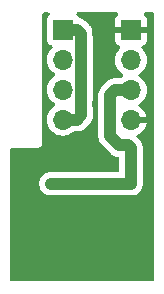
<source format=gbr>
%TF.GenerationSoftware,KiCad,Pcbnew,7.0.11*%
%TF.CreationDate,2025-12-11T10:01:47-05:00*%
%TF.ProjectId,clock_hbridge_fix,636c6f63-6b5f-4686-9272-696467655f66,rev?*%
%TF.SameCoordinates,Original*%
%TF.FileFunction,Copper,L2,Bot*%
%TF.FilePolarity,Positive*%
%FSLAX46Y46*%
G04 Gerber Fmt 4.6, Leading zero omitted, Abs format (unit mm)*
G04 Created by KiCad (PCBNEW 7.0.11) date 2025-12-11 10:01:47*
%MOMM*%
%LPD*%
G01*
G04 APERTURE LIST*
%TA.AperFunction,ComponentPad*%
%ADD10R,1.700000X1.700000*%
%TD*%
%TA.AperFunction,ComponentPad*%
%ADD11O,1.700000X1.700000*%
%TD*%
%TA.AperFunction,ViaPad*%
%ADD12C,0.600000*%
%TD*%
%TA.AperFunction,Conductor*%
%ADD13C,1.000000*%
%TD*%
G04 APERTURE END LIST*
D10*
%TO.P,J2,1,Pin_1*%
%TO.N,-BATT*%
X22000000Y-18460000D03*
D11*
%TO.P,J2,2,Pin_2*%
%TO.N,+BATT*%
X22000000Y-21000000D03*
%TO.P,J2,3,Pin_3*%
X22000000Y-23540000D03*
%TO.P,J2,4,Pin_4*%
%TO.N,-BATT*%
X22000000Y-26080000D03*
%TD*%
D10*
%TO.P,J1,1,Pin_1*%
%TO.N,GND*%
X27750000Y-18500000D03*
D11*
%TO.P,J1,2,Pin_2*%
%TO.N,+2V5*%
X27750000Y-21040000D03*
%TO.P,J1,3,Pin_3*%
X27750000Y-23580000D03*
%TO.P,J1,4,Pin_4*%
%TO.N,GND*%
X27750000Y-26120000D03*
%TD*%
D12*
%TO.N,GND*%
X25000000Y-23000000D03*
X24750000Y-26500000D03*
X24750000Y-24750000D03*
X18000000Y-39250000D03*
X19250000Y-35750000D03*
X25250000Y-35250000D03*
X23000000Y-35500000D03*
X26000000Y-22250000D03*
X29250000Y-26000000D03*
X25750000Y-20000000D03*
X24750000Y-18750000D03*
%TO.N,+2V5*%
X21000000Y-31500000D03*
X27500000Y-31500000D03*
%TD*%
D13*
%TO.N,+2V5*%
X27750000Y-23580000D02*
X26420000Y-23580000D01*
X26000000Y-24000000D02*
X26000000Y-27500000D01*
X26000000Y-27500000D02*
X26750000Y-28250000D01*
X26420000Y-23580000D02*
X26000000Y-24000000D01*
X27750000Y-28500000D02*
X27750000Y-31250000D01*
X26750000Y-28250000D02*
X27500000Y-28250000D01*
X27500000Y-28250000D02*
X27750000Y-28500000D01*
X27750000Y-31250000D02*
X27500000Y-31500000D01*
%TO.N,-BATT*%
X22000000Y-26080000D02*
X23170000Y-26080000D01*
X23170000Y-26080000D02*
X23550000Y-25700000D01*
X23550000Y-25700000D02*
X23550000Y-18800000D01*
X23210000Y-18460000D02*
X22000000Y-18460000D01*
X23550000Y-18800000D02*
X23210000Y-18460000D01*
%TO.N,+2V5*%
X21000000Y-31500000D02*
X21250000Y-31500000D01*
X27500000Y-31500000D02*
X21000000Y-31500000D01*
X27500000Y-31500000D02*
X27750000Y-31500000D01*
%TD*%
%TA.AperFunction,Conductor*%
%TO.N,GND*%
G36*
X20823503Y-17020185D02*
G01*
X20869258Y-17072989D01*
X20879202Y-17142147D01*
X20850177Y-17205703D01*
X20830776Y-17223766D01*
X20792452Y-17252455D01*
X20706206Y-17367664D01*
X20706202Y-17367671D01*
X20655908Y-17502517D01*
X20649501Y-17562116D01*
X20649500Y-17562135D01*
X20649500Y-19357870D01*
X20649501Y-19357876D01*
X20655908Y-19417483D01*
X20706202Y-19552328D01*
X20706206Y-19552335D01*
X20792452Y-19667544D01*
X20792455Y-19667547D01*
X20907664Y-19753793D01*
X20907671Y-19753797D01*
X21039081Y-19802810D01*
X21095015Y-19844681D01*
X21119432Y-19910145D01*
X21104580Y-19978418D01*
X21083430Y-20006673D01*
X20961503Y-20128600D01*
X20825965Y-20322169D01*
X20825964Y-20322171D01*
X20726098Y-20536335D01*
X20726094Y-20536344D01*
X20664938Y-20764586D01*
X20664936Y-20764596D01*
X20644341Y-20999999D01*
X20644341Y-21000000D01*
X20664936Y-21235403D01*
X20664938Y-21235413D01*
X20726094Y-21463655D01*
X20726096Y-21463659D01*
X20726097Y-21463663D01*
X20744750Y-21503664D01*
X20825965Y-21677830D01*
X20825967Y-21677834D01*
X20961501Y-21871395D01*
X20961506Y-21871402D01*
X21128597Y-22038493D01*
X21128603Y-22038498D01*
X21314158Y-22168425D01*
X21357783Y-22223002D01*
X21364977Y-22292500D01*
X21333454Y-22354855D01*
X21314158Y-22371575D01*
X21128597Y-22501505D01*
X20961505Y-22668597D01*
X20825965Y-22862169D01*
X20825964Y-22862171D01*
X20726098Y-23076335D01*
X20726094Y-23076344D01*
X20664938Y-23304586D01*
X20664936Y-23304596D01*
X20644341Y-23539999D01*
X20644341Y-23540000D01*
X20664936Y-23775403D01*
X20664938Y-23775413D01*
X20726094Y-24003655D01*
X20726096Y-24003659D01*
X20726097Y-24003663D01*
X20744750Y-24043664D01*
X20825965Y-24217830D01*
X20825967Y-24217834D01*
X20961501Y-24411395D01*
X20961506Y-24411402D01*
X21128597Y-24578493D01*
X21128603Y-24578498D01*
X21314158Y-24708425D01*
X21357783Y-24763002D01*
X21364977Y-24832500D01*
X21333454Y-24894855D01*
X21314158Y-24911575D01*
X21128597Y-25041505D01*
X20961505Y-25208597D01*
X20825965Y-25402169D01*
X20825964Y-25402171D01*
X20726098Y-25616335D01*
X20726094Y-25616344D01*
X20664938Y-25844586D01*
X20664936Y-25844596D01*
X20644341Y-26079999D01*
X20644341Y-26080000D01*
X20664936Y-26315403D01*
X20664938Y-26315413D01*
X20726094Y-26543655D01*
X20726096Y-26543659D01*
X20726097Y-26543663D01*
X20744667Y-26583486D01*
X20825965Y-26757830D01*
X20825967Y-26757834D01*
X20911838Y-26880469D01*
X20961505Y-26951401D01*
X21128599Y-27118495D01*
X21185168Y-27158105D01*
X21322165Y-27254032D01*
X21322167Y-27254033D01*
X21322170Y-27254035D01*
X21536337Y-27353903D01*
X21764592Y-27415063D01*
X21952918Y-27431539D01*
X21999999Y-27435659D01*
X22000000Y-27435659D01*
X22000001Y-27435659D01*
X22039234Y-27432226D01*
X22235408Y-27415063D01*
X22463663Y-27353903D01*
X22677830Y-27254035D01*
X22871401Y-27118495D01*
X22873077Y-27116819D01*
X22873995Y-27116317D01*
X22875544Y-27115018D01*
X22875805Y-27115329D01*
X22934400Y-27083334D01*
X22960758Y-27080500D01*
X23155721Y-27080500D01*
X23158863Y-27080540D01*
X23246358Y-27082757D01*
X23246358Y-27082756D01*
X23246363Y-27082757D01*
X23304425Y-27072349D01*
X23313754Y-27071041D01*
X23372438Y-27065074D01*
X23401471Y-27055964D01*
X23416700Y-27052226D01*
X23446653Y-27046858D01*
X23446657Y-27046856D01*
X23446659Y-27046856D01*
X23501423Y-27024980D01*
X23510292Y-27021821D01*
X23566588Y-27004159D01*
X23593200Y-26989387D01*
X23607362Y-26982662D01*
X23635617Y-26971377D01*
X23684879Y-26938909D01*
X23692910Y-26934043D01*
X23744502Y-26905409D01*
X23744509Y-26905402D01*
X23744512Y-26905401D01*
X23767583Y-26885594D01*
X23780125Y-26876137D01*
X23805519Y-26859402D01*
X23847219Y-26817701D01*
X23854131Y-26811295D01*
X23878381Y-26790475D01*
X23898895Y-26772866D01*
X23917521Y-26748800D01*
X23927883Y-26737035D01*
X24247391Y-26417527D01*
X24249560Y-26415412D01*
X24313053Y-26355059D01*
X24346752Y-26306641D01*
X24352428Y-26299113D01*
X24389698Y-26253407D01*
X24403782Y-26226444D01*
X24411919Y-26213013D01*
X24429292Y-26188053D01*
X24429295Y-26188049D01*
X24452563Y-26133825D01*
X24456582Y-26125361D01*
X24483909Y-26073049D01*
X24492275Y-26043808D01*
X24497544Y-26029009D01*
X24509538Y-26001062D01*
X24509540Y-26001058D01*
X24521421Y-25943238D01*
X24523650Y-25934155D01*
X24539886Y-25877418D01*
X24542196Y-25847080D01*
X24544376Y-25831540D01*
X24550500Y-25801743D01*
X24550500Y-25742754D01*
X24550858Y-25733339D01*
X24555337Y-25674524D01*
X24551493Y-25644339D01*
X24550500Y-25628675D01*
X24550500Y-18814277D01*
X24550540Y-18811135D01*
X24552757Y-18723641D01*
X24552756Y-18723640D01*
X24552757Y-18723637D01*
X24542350Y-18665574D01*
X24541041Y-18656242D01*
X24535074Y-18597566D01*
X24535074Y-18597564D01*
X24535074Y-18597562D01*
X24525962Y-18568524D01*
X24522225Y-18553295D01*
X24516858Y-18523348D01*
X24494972Y-18468556D01*
X24491824Y-18459714D01*
X24474159Y-18403412D01*
X24459398Y-18376817D01*
X24452663Y-18362635D01*
X24441379Y-18334384D01*
X24441377Y-18334380D01*
X24408915Y-18285127D01*
X24404040Y-18277082D01*
X24375409Y-18225498D01*
X24355590Y-18202412D01*
X24346145Y-18189884D01*
X24329404Y-18164484D01*
X24287699Y-18122779D01*
X24281306Y-18115882D01*
X24242866Y-18071105D01*
X24218800Y-18052476D01*
X24207022Y-18042102D01*
X23927567Y-17762647D01*
X23925374Y-17760398D01*
X23865061Y-17696949D01*
X23865060Y-17696948D01*
X23865059Y-17696947D01*
X23816640Y-17663246D01*
X23809120Y-17657575D01*
X23763413Y-17620305D01*
X23763406Y-17620301D01*
X23736441Y-17606216D01*
X23723026Y-17598089D01*
X23698049Y-17580705D01*
X23698046Y-17580703D01*
X23698045Y-17580703D01*
X23698041Y-17580701D01*
X23643845Y-17557443D01*
X23635336Y-17553402D01*
X23583057Y-17526094D01*
X23583046Y-17526090D01*
X23553806Y-17517723D01*
X23539021Y-17512459D01*
X23511058Y-17500459D01*
X23453273Y-17488583D01*
X23444125Y-17486338D01*
X23385576Y-17469585D01*
X23326538Y-17432217D01*
X23303506Y-17393702D01*
X23293797Y-17367671D01*
X23293793Y-17367664D01*
X23207547Y-17252455D01*
X23169224Y-17223766D01*
X23127354Y-17167832D01*
X23122370Y-17098140D01*
X23155856Y-17036818D01*
X23217180Y-17003333D01*
X23243536Y-17000500D01*
X26560731Y-17000500D01*
X26627770Y-17020185D01*
X26673525Y-17072989D01*
X26683469Y-17142147D01*
X26654444Y-17205703D01*
X26635042Y-17223766D01*
X26542812Y-17292809D01*
X26542809Y-17292812D01*
X26456649Y-17407906D01*
X26456645Y-17407913D01*
X26406403Y-17542620D01*
X26406401Y-17542627D01*
X26400000Y-17602155D01*
X26400000Y-18250000D01*
X27316314Y-18250000D01*
X27290507Y-18290156D01*
X27250000Y-18428111D01*
X27250000Y-18571889D01*
X27290507Y-18709844D01*
X27316314Y-18750000D01*
X26400000Y-18750000D01*
X26400000Y-19397844D01*
X26406401Y-19457372D01*
X26406403Y-19457379D01*
X26456645Y-19592086D01*
X26456649Y-19592093D01*
X26542809Y-19707187D01*
X26542812Y-19707190D01*
X26657906Y-19793350D01*
X26657913Y-19793354D01*
X26789470Y-19842421D01*
X26845403Y-19884292D01*
X26869821Y-19949756D01*
X26854970Y-20018029D01*
X26833819Y-20046284D01*
X26711503Y-20168600D01*
X26575965Y-20362169D01*
X26575964Y-20362171D01*
X26476098Y-20576335D01*
X26476094Y-20576344D01*
X26414938Y-20804586D01*
X26414936Y-20804596D01*
X26394341Y-21039999D01*
X26394341Y-21040000D01*
X26414936Y-21275403D01*
X26414938Y-21275413D01*
X26476094Y-21503655D01*
X26476096Y-21503659D01*
X26476097Y-21503663D01*
X26557313Y-21677830D01*
X26575965Y-21717830D01*
X26575967Y-21717834D01*
X26711501Y-21911395D01*
X26711506Y-21911402D01*
X26878597Y-22078493D01*
X26878603Y-22078498D01*
X27064158Y-22208425D01*
X27107783Y-22263002D01*
X27114977Y-22332500D01*
X27083454Y-22394855D01*
X27064158Y-22411575D01*
X26878597Y-22541505D01*
X26876922Y-22543181D01*
X26876000Y-22543684D01*
X26874449Y-22544986D01*
X26874187Y-22544674D01*
X26815599Y-22576666D01*
X26789241Y-22579500D01*
X26434278Y-22579500D01*
X26431138Y-22579460D01*
X26343637Y-22577243D01*
X26343628Y-22577243D01*
X26285579Y-22587648D01*
X26276252Y-22588956D01*
X26217564Y-22594925D01*
X26217554Y-22594927D01*
X26188528Y-22604034D01*
X26173288Y-22607775D01*
X26143350Y-22613141D01*
X26088570Y-22635021D01*
X26079702Y-22638178D01*
X26023414Y-22655840D01*
X26023413Y-22655840D01*
X25996818Y-22670601D01*
X25982648Y-22677330D01*
X25954384Y-22688621D01*
X25905121Y-22721087D01*
X25897066Y-22725967D01*
X25845502Y-22754588D01*
X25845499Y-22754590D01*
X25822405Y-22774414D01*
X25809883Y-22783855D01*
X25784482Y-22800598D01*
X25784475Y-22800603D01*
X25742781Y-22842297D01*
X25735874Y-22848698D01*
X25691106Y-22887132D01*
X25691105Y-22887133D01*
X25672480Y-22911194D01*
X25662107Y-22922971D01*
X25302646Y-23282432D01*
X25300398Y-23284624D01*
X25237321Y-23344586D01*
X25236946Y-23344942D01*
X25203245Y-23393361D01*
X25197574Y-23400882D01*
X25160302Y-23446592D01*
X25160298Y-23446598D01*
X25146209Y-23473568D01*
X25138082Y-23486983D01*
X25120702Y-23511955D01*
X25097438Y-23566165D01*
X25093398Y-23574672D01*
X25066090Y-23626951D01*
X25066090Y-23626952D01*
X25057720Y-23656201D01*
X25052459Y-23670979D01*
X25040459Y-23698943D01*
X25028588Y-23756711D01*
X25026342Y-23765860D01*
X25010113Y-23822577D01*
X25007802Y-23852926D01*
X25005622Y-23868466D01*
X24999500Y-23898258D01*
X24999500Y-23957240D01*
X24999142Y-23966656D01*
X24994662Y-24025474D01*
X24998506Y-24055649D01*
X24999500Y-24071317D01*
X24999500Y-27485721D01*
X24999460Y-27488861D01*
X24997243Y-27576362D01*
X24997243Y-27576371D01*
X25007648Y-27634420D01*
X25008956Y-27643748D01*
X25014925Y-27702430D01*
X25014927Y-27702444D01*
X25024033Y-27731468D01*
X25027772Y-27746701D01*
X25033142Y-27776653D01*
X25033142Y-27776655D01*
X25055020Y-27831424D01*
X25058177Y-27840292D01*
X25075841Y-27896588D01*
X25075842Y-27896589D01*
X25075844Y-27896595D01*
X25090603Y-27923185D01*
X25097336Y-27937361D01*
X25108057Y-27964201D01*
X25108622Y-27965614D01*
X25108627Y-27965624D01*
X25141080Y-28014866D01*
X25145962Y-28022923D01*
X25174588Y-28074498D01*
X25174589Y-28074500D01*
X25174591Y-28074502D01*
X25194410Y-28097588D01*
X25203855Y-28110115D01*
X25220599Y-28135521D01*
X25262299Y-28177221D01*
X25268703Y-28184130D01*
X25290958Y-28210053D01*
X25307134Y-28228895D01*
X25331193Y-28247518D01*
X25342972Y-28257893D01*
X26032432Y-28947352D01*
X26034625Y-28949601D01*
X26094940Y-29013052D01*
X26094948Y-29013058D01*
X26143362Y-29046755D01*
X26150871Y-29052416D01*
X26196593Y-29089698D01*
X26223565Y-29103786D01*
X26236982Y-29111916D01*
X26261951Y-29129295D01*
X26316163Y-29152559D01*
X26324652Y-29156590D01*
X26376951Y-29183909D01*
X26398998Y-29190216D01*
X26406184Y-29192273D01*
X26420976Y-29197539D01*
X26448939Y-29209539D01*
X26448942Y-29209540D01*
X26506727Y-29221414D01*
X26515869Y-29223657D01*
X26572582Y-29239886D01*
X26602918Y-29242196D01*
X26618452Y-29244374D01*
X26648259Y-29250500D01*
X26648260Y-29250500D01*
X26650460Y-29250952D01*
X26712165Y-29283728D01*
X26746354Y-29344662D01*
X26749500Y-29372414D01*
X26749500Y-30375500D01*
X26729815Y-30442539D01*
X26677011Y-30488294D01*
X26625500Y-30499500D01*
X20949257Y-30499500D01*
X20797560Y-30514925D01*
X20603420Y-30575837D01*
X20603405Y-30575844D01*
X20425500Y-30674589D01*
X20425495Y-30674592D01*
X20271106Y-30807132D01*
X20271104Y-30807134D01*
X20146554Y-30968037D01*
X20146553Y-30968040D01*
X20056940Y-31150728D01*
X20005937Y-31347714D01*
X19995631Y-31550936D01*
X20026442Y-31752063D01*
X20026445Y-31752075D01*
X20097111Y-31942881D01*
X20097115Y-31942888D01*
X20204745Y-32115567D01*
X20204747Y-32115569D01*
X20204748Y-32115571D01*
X20344941Y-32263053D01*
X20473344Y-32352424D01*
X20511949Y-32379294D01*
X20511950Y-32379294D01*
X20511951Y-32379295D01*
X20698942Y-32459540D01*
X20898259Y-32500500D01*
X27398259Y-32500500D01*
X27485721Y-32500500D01*
X27488863Y-32500540D01*
X27576360Y-32502757D01*
X27576361Y-32502757D01*
X27576361Y-32502756D01*
X27576363Y-32502757D01*
X27577410Y-32502569D01*
X27578105Y-32502445D01*
X27599979Y-32500500D01*
X27800743Y-32500500D01*
X27952439Y-32485074D01*
X28146579Y-32424162D01*
X28146580Y-32424161D01*
X28146588Y-32424159D01*
X28324502Y-32325409D01*
X28478895Y-32192866D01*
X28603448Y-32031958D01*
X28693060Y-31849271D01*
X28744063Y-31652285D01*
X28754369Y-31449064D01*
X28747539Y-31404484D01*
X28748648Y-31360747D01*
X28750500Y-31351741D01*
X28750500Y-31292754D01*
X28750858Y-31283339D01*
X28755337Y-31224524D01*
X28751493Y-31194339D01*
X28750500Y-31178675D01*
X28750500Y-28514237D01*
X28750540Y-28511095D01*
X28752756Y-28423642D01*
X28752755Y-28423641D01*
X28752756Y-28423636D01*
X28742345Y-28365554D01*
X28741042Y-28356260D01*
X28735074Y-28297562D01*
X28733396Y-28292214D01*
X28725967Y-28268536D01*
X28722224Y-28253287D01*
X28716858Y-28223348D01*
X28711547Y-28210053D01*
X28694974Y-28168562D01*
X28691822Y-28159709D01*
X28674159Y-28103412D01*
X28674158Y-28103411D01*
X28674157Y-28103406D01*
X28659396Y-28076814D01*
X28652659Y-28062629D01*
X28641378Y-28034385D01*
X28641375Y-28034380D01*
X28608918Y-27985131D01*
X28604036Y-27977074D01*
X28596891Y-27964201D01*
X28575409Y-27925498D01*
X28555588Y-27902410D01*
X28546144Y-27889885D01*
X28529402Y-27864481D01*
X28487699Y-27822778D01*
X28481294Y-27815868D01*
X28459041Y-27789947D01*
X28442866Y-27771105D01*
X28418800Y-27752476D01*
X28407029Y-27742108D01*
X28232909Y-27567989D01*
X28199424Y-27506666D01*
X28204408Y-27436975D01*
X28246279Y-27381041D01*
X28268186Y-27367926D01*
X28427575Y-27293601D01*
X28427577Y-27293600D01*
X28621082Y-27158105D01*
X28788105Y-26991082D01*
X28923600Y-26797578D01*
X29023429Y-26583492D01*
X29023432Y-26583486D01*
X29080636Y-26370000D01*
X28183686Y-26370000D01*
X28209493Y-26329844D01*
X28250000Y-26191889D01*
X28250000Y-26048111D01*
X28209493Y-25910156D01*
X28183686Y-25870000D01*
X29080636Y-25870000D01*
X29080635Y-25869999D01*
X29023432Y-25656513D01*
X29023429Y-25656507D01*
X28923600Y-25442422D01*
X28923599Y-25442420D01*
X28788113Y-25248926D01*
X28788108Y-25248920D01*
X28621078Y-25081890D01*
X28435405Y-24951879D01*
X28391780Y-24897302D01*
X28384588Y-24827804D01*
X28416110Y-24765449D01*
X28435406Y-24748730D01*
X28621401Y-24618495D01*
X28788495Y-24451401D01*
X28924035Y-24257830D01*
X29023903Y-24043663D01*
X29085063Y-23815408D01*
X29105659Y-23580000D01*
X29085063Y-23344592D01*
X29023903Y-23116337D01*
X28924035Y-22902171D01*
X28913506Y-22887133D01*
X28788494Y-22708597D01*
X28621402Y-22541506D01*
X28621396Y-22541501D01*
X28435842Y-22411575D01*
X28392217Y-22356998D01*
X28385023Y-22287500D01*
X28416546Y-22225145D01*
X28435842Y-22208425D01*
X28492968Y-22168425D01*
X28621401Y-22078495D01*
X28788495Y-21911401D01*
X28924035Y-21717830D01*
X29023903Y-21503663D01*
X29085063Y-21275408D01*
X29105659Y-21040000D01*
X29085063Y-20804592D01*
X29023903Y-20576337D01*
X28924035Y-20362171D01*
X28896025Y-20322169D01*
X28788496Y-20168600D01*
X28748495Y-20128599D01*
X28666179Y-20046283D01*
X28632696Y-19984963D01*
X28637680Y-19915271D01*
X28679551Y-19859337D01*
X28710529Y-19842422D01*
X28842086Y-19793354D01*
X28842093Y-19793350D01*
X28957187Y-19707190D01*
X28957190Y-19707187D01*
X29043350Y-19592093D01*
X29043354Y-19592086D01*
X29093596Y-19457379D01*
X29093598Y-19457372D01*
X29099999Y-19397844D01*
X29100000Y-19397827D01*
X29100000Y-18750000D01*
X28183686Y-18750000D01*
X28209493Y-18709844D01*
X28250000Y-18571889D01*
X28250000Y-18428111D01*
X28209493Y-18290156D01*
X28183686Y-18250000D01*
X29100000Y-18250000D01*
X29100000Y-17602172D01*
X29099999Y-17602155D01*
X29093598Y-17542627D01*
X29093596Y-17542620D01*
X29043354Y-17407913D01*
X29043350Y-17407906D01*
X28957190Y-17292812D01*
X28957187Y-17292809D01*
X28864958Y-17223766D01*
X28823087Y-17167832D01*
X28818103Y-17098141D01*
X28851589Y-17036818D01*
X28912912Y-17003334D01*
X28939269Y-17000500D01*
X29625500Y-17000500D01*
X29692539Y-17020185D01*
X29738294Y-17072989D01*
X29749500Y-17124500D01*
X29749500Y-39625500D01*
X29729815Y-39692539D01*
X29677011Y-39738294D01*
X29625500Y-39749500D01*
X17624500Y-39749500D01*
X17557461Y-39729815D01*
X17511706Y-39677011D01*
X17500500Y-39625500D01*
X17500500Y-28624500D01*
X17520185Y-28557461D01*
X17572989Y-28511706D01*
X17624500Y-28500500D01*
X19821960Y-28500500D01*
X19821961Y-28500500D01*
X19848153Y-28492809D01*
X19865436Y-28489050D01*
X19869882Y-28488410D01*
X19892457Y-28485165D01*
X19917287Y-28473824D01*
X19933862Y-28467642D01*
X19960053Y-28459953D01*
X19983020Y-28445192D01*
X19998540Y-28436717D01*
X20023373Y-28425377D01*
X20044006Y-28407497D01*
X20058148Y-28396910D01*
X20081128Y-28382143D01*
X20099015Y-28361499D01*
X20111499Y-28349015D01*
X20132143Y-28331128D01*
X20146910Y-28308148D01*
X20157497Y-28294006D01*
X20175377Y-28273373D01*
X20186717Y-28248540D01*
X20195192Y-28233020D01*
X20209953Y-28210053D01*
X20217642Y-28183862D01*
X20223824Y-28167287D01*
X20235165Y-28142457D01*
X20239050Y-28115436D01*
X20242809Y-28098153D01*
X20250500Y-28071961D01*
X20250500Y-27928039D01*
X20250500Y-17124500D01*
X20270185Y-17057461D01*
X20322989Y-17011706D01*
X20374500Y-17000500D01*
X20756464Y-17000500D01*
X20823503Y-17020185D01*
G37*
%TD.AperFunction*%
%TD*%
M02*

</source>
